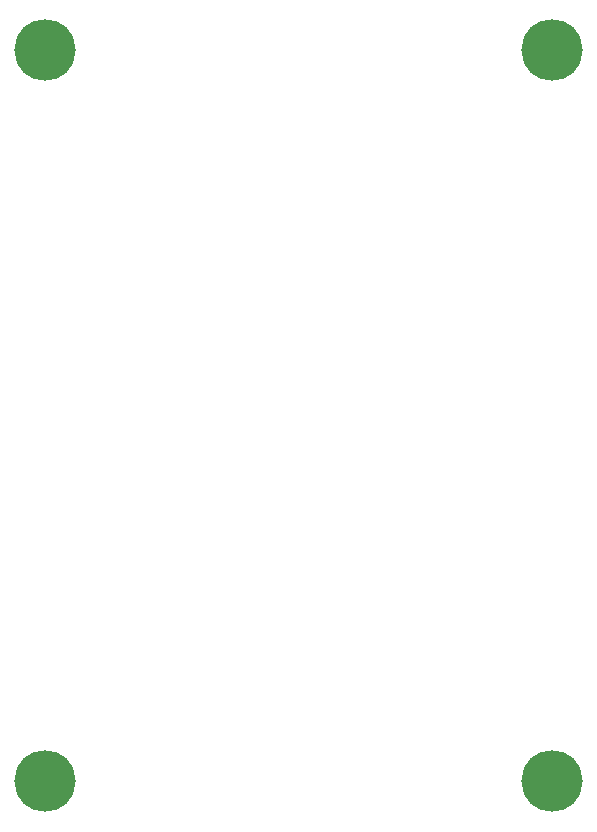
<source format=gbs>
G04 Layer: BottomSolderMaskLayer*
G04 EasyEDA v6.5.29, 2023-07-16 15:11:24*
G04 5560f084906b45179d65adef9f10eb2a,5a6b42c53f6a479593ecc07194224c93,10*
G04 Gerber Generator version 0.2*
G04 Scale: 100 percent, Rotated: No, Reflected: No *
G04 Dimensions in millimeters *
G04 leading zeros omitted , absolute positions ,4 integer and 5 decimal *
%FSLAX45Y45*%
%MOMM*%

%ADD10C,5.2032*%

%LPD*%
D10*
G01*
X5285206Y9543313D03*
G01*
X990600Y9543313D03*
G01*
X5285206Y3352800D03*
G01*
X990600Y3352800D03*
M02*

</source>
